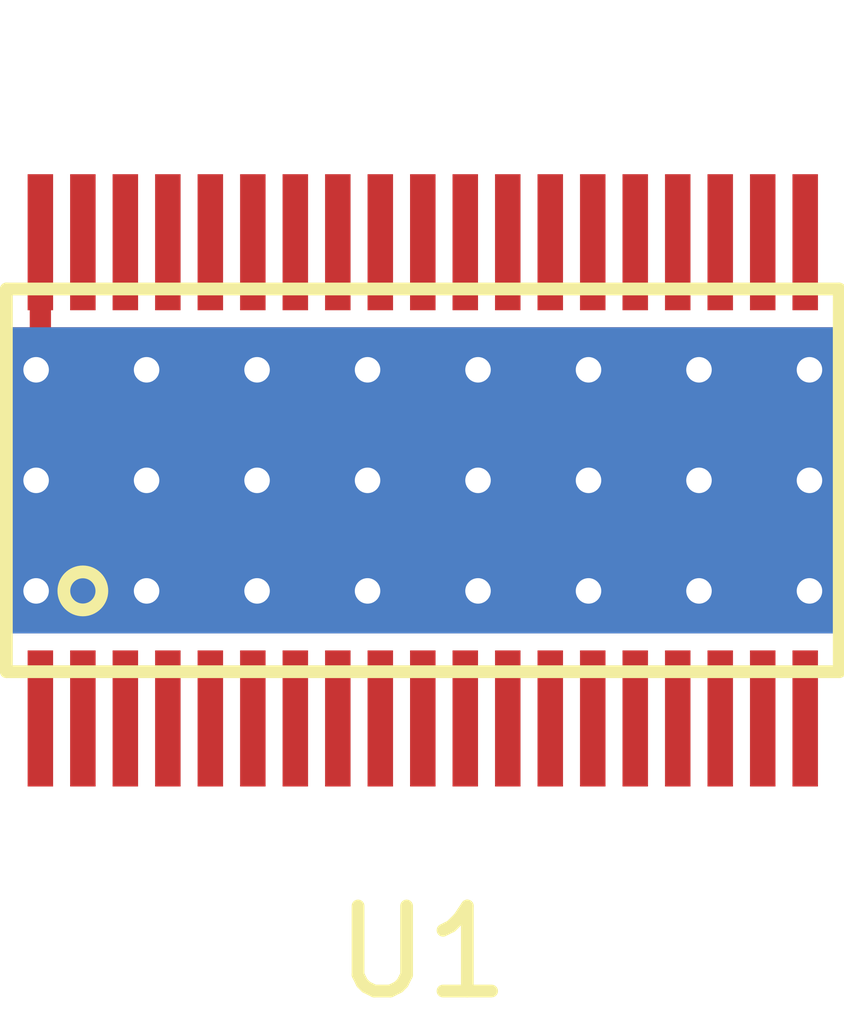
<source format=kicad_pcb>
(kicad_pcb (version 4) (host pcbnew 4.0.1-stable)

  (general
    (links 27)
    (no_connects 1)
    (area 0 0 0 0)
    (thickness 1.6)
    (drawings 0)
    (tracks 2)
    (zones 0)
    (modules 1)
    (nets 39)
  )

  (page A4)
  (layers
    (0 F.Cu signal)
    (31 B.Cu signal)
    (32 B.Adhes user)
    (33 F.Adhes user)
    (34 B.Paste user)
    (35 F.Paste user)
    (36 B.SilkS user)
    (37 F.SilkS user)
    (38 B.Mask user)
    (39 F.Mask user)
    (40 Dwgs.User user)
    (41 Cmts.User user)
    (42 Eco1.User user)
    (43 Eco2.User user)
    (44 Edge.Cuts user)
    (45 Margin user)
    (46 B.CrtYd user)
    (47 F.CrtYd user)
    (48 B.Fab user)
    (49 F.Fab user)
  )

  (setup
    (last_trace_width 1.524)
    (user_trace_width 0.2032)
    (user_trace_width 0.3048)
    (user_trace_width 0.4064)
    (user_trace_width 0.508)
    (user_trace_width 0.6096)
    (user_trace_width 0.9144)
    (user_trace_width 1.0668)
    (user_trace_width 1.524)
    (trace_clearance 0.2)
    (zone_clearance 0.508)
    (zone_45_only no)
    (trace_min 0.2)
    (segment_width 0.2)
    (edge_width 0.15)
    (via_size 0.6)
    (via_drill 0.4)
    (via_min_size 0.4)
    (via_min_drill 0.3)
    (uvia_size 0.3)
    (uvia_drill 0.1)
    (uvias_allowed no)
    (uvia_min_size 0.2)
    (uvia_min_drill 0.1)
    (pcb_text_width 0.3)
    (pcb_text_size 1.5 1.5)
    (mod_edge_width 0.15)
    (mod_text_size 1 1)
    (mod_text_width 0.15)
    (pad_size 1.524 1.524)
    (pad_drill 0.762)
    (pad_to_mask_clearance 0.2)
    (aux_axis_origin 0 0)
    (visible_elements FFFFFF7F)
    (pcbplotparams
      (layerselection 0x00030_80000001)
      (usegerberextensions false)
      (excludeedgelayer true)
      (linewidth 0.100000)
      (plotframeref false)
      (viasonmask false)
      (mode 1)
      (useauxorigin false)
      (hpglpennumber 1)
      (hpglpenspeed 20)
      (hpglpendiameter 15)
      (hpglpenoverlay 2)
      (psnegative false)
      (psa4output false)
      (plotreference true)
      (plotvalue true)
      (plotinvisibletext false)
      (padsonsilk false)
      (subtractmaskfromsilk false)
      (outputformat 1)
      (mirror false)
      (drillshape 1)
      (scaleselection 1)
      (outputdirectory ""))
  )

  (net 0 "")
  (net 1 "Net-(U1-Pad38)")
  (net 2 "Net-(U1-Pad37)")
  (net 3 "Net-(U1-Pad36)")
  (net 4 "Net-(U1-Pad35)")
  (net 5 "Net-(U1-Pad34)")
  (net 6 "Net-(U1-Pad33)")
  (net 7 "Net-(U1-Pad32)")
  (net 8 "Net-(U1-Pad31)")
  (net 9 "Net-(U1-Pad30)")
  (net 10 "Net-(U1-Pad29)")
  (net 11 "Net-(U1-Pad28)")
  (net 12 "Net-(U1-Pad27)")
  (net 13 "Net-(U1-Pad26)")
  (net 14 "Net-(U1-Pad25)")
  (net 15 "Net-(U1-Pad24)")
  (net 16 "Net-(U1-Pad23)")
  (net 17 "Net-(U1-Pad22)")
  (net 18 "Net-(U1-Pad21)")
  (net 19 "Net-(U1-Pad20)")
  (net 20 "Net-(U1-Pad1)")
  (net 21 "Net-(U1-Pad2)")
  (net 22 "Net-(U1-Pad3)")
  (net 23 "Net-(U1-Pad4)")
  (net 24 "Net-(U1-Pad5)")
  (net 25 "Net-(U1-Pad6)")
  (net 26 "Net-(U1-Pad7)")
  (net 27 "Net-(U1-Pad8)")
  (net 28 "Net-(U1-Pad9)")
  (net 29 "Net-(U1-Pad10)")
  (net 30 "Net-(U1-Pad11)")
  (net 31 "Net-(U1-Pad12)")
  (net 32 "Net-(U1-Pad13)")
  (net 33 "Net-(U1-Pad14)")
  (net 34 "Net-(U1-Pad15)")
  (net 35 "Net-(U1-Pad16)")
  (net 36 "Net-(U1-Pad17)")
  (net 37 "Net-(U1-Pad18)")
  (net 38 "Net-(U1-Pad19)")

  (net_class Default "This is the default net class."
    (clearance 0.2)
    (trace_width 0.25)
    (via_dia 0.6)
    (via_drill 0.4)
    (uvia_dia 0.3)
    (uvia_drill 0.1)
    (add_net "Net-(U1-Pad1)")
    (add_net "Net-(U1-Pad10)")
    (add_net "Net-(U1-Pad11)")
    (add_net "Net-(U1-Pad12)")
    (add_net "Net-(U1-Pad13)")
    (add_net "Net-(U1-Pad14)")
    (add_net "Net-(U1-Pad15)")
    (add_net "Net-(U1-Pad16)")
    (add_net "Net-(U1-Pad17)")
    (add_net "Net-(U1-Pad18)")
    (add_net "Net-(U1-Pad19)")
    (add_net "Net-(U1-Pad2)")
    (add_net "Net-(U1-Pad20)")
    (add_net "Net-(U1-Pad21)")
    (add_net "Net-(U1-Pad22)")
    (add_net "Net-(U1-Pad23)")
    (add_net "Net-(U1-Pad24)")
    (add_net "Net-(U1-Pad25)")
    (add_net "Net-(U1-Pad26)")
    (add_net "Net-(U1-Pad27)")
    (add_net "Net-(U1-Pad28)")
    (add_net "Net-(U1-Pad29)")
    (add_net "Net-(U1-Pad3)")
    (add_net "Net-(U1-Pad30)")
    (add_net "Net-(U1-Pad31)")
    (add_net "Net-(U1-Pad32)")
    (add_net "Net-(U1-Pad33)")
    (add_net "Net-(U1-Pad34)")
    (add_net "Net-(U1-Pad35)")
    (add_net "Net-(U1-Pad36)")
    (add_net "Net-(U1-Pad37)")
    (add_net "Net-(U1-Pad38)")
    (add_net "Net-(U1-Pad4)")
    (add_net "Net-(U1-Pad5)")
    (add_net "Net-(U1-Pad6)")
    (add_net "Net-(U1-Pad7)")
    (add_net "Net-(U1-Pad8)")
    (add_net "Net-(U1-Pad9)")
  )

  (module footprints:drv8711 (layer F.Cu) (tedit 56CF3755) (tstamp 56CF3AD2)
    (at 148.5011 105.0036)
    (path /56CF2C0D)
    (fp_text reference U1 (at 0 5.55) (layer F.SilkS)
      (effects (font (size 1 1) (thickness 0.15)))
    )
    (fp_text value DRV8711 (at 0 -4.8) (layer F.Fab)
      (effects (font (size 1 1) (thickness 0.15)))
    )
    (fp_circle (center -4 1.3) (end -3.9 1.5) (layer F.SilkS) (width 0.15))
    (fp_line (start 4.9 -2.25) (end 4.9 2.25) (layer F.SilkS) (width 0.15))
    (fp_line (start -4.9 -2.25) (end 4.9 -2.25) (layer F.SilkS) (width 0.15))
    (fp_line (start -4.9 2.25) (end 4.9 2.25) (layer F.SilkS) (width 0.15))
    (fp_line (start -4.9 -2.25) (end -4.9 2.25) (layer F.SilkS) (width 0.15))
    (pad 38 smd rect (at -4.5 -2.8) (size 0.3 1.6) (layers F.Cu F.Paste F.Mask)
      (net 1 "Net-(U1-Pad38)"))
    (pad 37 smd rect (at -4 -2.8) (size 0.3 1.6) (layers F.Cu F.Paste F.Mask)
      (net 2 "Net-(U1-Pad37)"))
    (pad 36 smd rect (at -3.5 -2.8) (size 0.3 1.6) (layers F.Cu F.Paste F.Mask)
      (net 3 "Net-(U1-Pad36)"))
    (pad 35 smd rect (at -3 -2.8) (size 0.3 1.6) (layers F.Cu F.Paste F.Mask)
      (net 4 "Net-(U1-Pad35)"))
    (pad 34 smd rect (at -2.5 -2.8) (size 0.3 1.6) (layers F.Cu F.Paste F.Mask)
      (net 5 "Net-(U1-Pad34)"))
    (pad 33 smd rect (at -2 -2.8) (size 0.3 1.6) (layers F.Cu F.Paste F.Mask)
      (net 6 "Net-(U1-Pad33)"))
    (pad 32 smd rect (at -1.5 -2.8) (size 0.3 1.6) (layers F.Cu F.Paste F.Mask)
      (net 7 "Net-(U1-Pad32)"))
    (pad 31 smd rect (at -1 -2.8) (size 0.3 1.6) (layers F.Cu F.Paste F.Mask)
      (net 8 "Net-(U1-Pad31)"))
    (pad 30 smd rect (at -0.5 -2.8) (size 0.3 1.6) (layers F.Cu F.Paste F.Mask)
      (net 9 "Net-(U1-Pad30)"))
    (pad 29 smd rect (at 0 -2.8) (size 0.3 1.6) (layers F.Cu F.Paste F.Mask)
      (net 10 "Net-(U1-Pad29)"))
    (pad 28 smd rect (at 0.5 -2.8) (size 0.3 1.6) (layers F.Cu F.Paste F.Mask)
      (net 11 "Net-(U1-Pad28)"))
    (pad 27 smd rect (at 1 -2.8) (size 0.3 1.6) (layers F.Cu F.Paste F.Mask)
      (net 12 "Net-(U1-Pad27)"))
    (pad 26 smd rect (at 1.5 -2.8) (size 0.3 1.6) (layers F.Cu F.Paste F.Mask)
      (net 13 "Net-(U1-Pad26)"))
    (pad 25 smd rect (at 2 -2.8) (size 0.3 1.6) (layers F.Cu F.Paste F.Mask)
      (net 14 "Net-(U1-Pad25)"))
    (pad 24 smd rect (at 2.5 -2.8) (size 0.3 1.6) (layers F.Cu F.Paste F.Mask)
      (net 15 "Net-(U1-Pad24)"))
    (pad 23 smd rect (at 3 -2.8) (size 0.3 1.6) (layers F.Cu F.Paste F.Mask)
      (net 16 "Net-(U1-Pad23)"))
    (pad 22 smd rect (at 3.5 -2.8) (size 0.3 1.6) (layers F.Cu F.Paste F.Mask)
      (net 17 "Net-(U1-Pad22)"))
    (pad 21 smd rect (at 4 -2.8) (size 0.3 1.6) (layers F.Cu F.Paste F.Mask)
      (net 18 "Net-(U1-Pad21)"))
    (pad 20 smd rect (at 4.5 -2.8) (size 0.3 1.6) (layers F.Cu F.Paste F.Mask)
      (net 19 "Net-(U1-Pad20)"))
    (pad 1 smd rect (at -4.5 2.8) (size 0.3 1.6) (layers F.Cu F.Paste F.Mask)
      (net 20 "Net-(U1-Pad1)"))
    (pad 2 smd rect (at -4 2.8) (size 0.3 1.6) (layers F.Cu F.Paste F.Mask)
      (net 21 "Net-(U1-Pad2)"))
    (pad 3 smd rect (at -3.5 2.8) (size 0.3 1.6) (layers F.Cu F.Paste F.Mask)
      (net 22 "Net-(U1-Pad3)"))
    (pad 4 smd rect (at -3 2.8) (size 0.3 1.6) (layers F.Cu F.Paste F.Mask)
      (net 23 "Net-(U1-Pad4)"))
    (pad 5 smd rect (at -2.5 2.8) (size 0.3 1.6) (layers F.Cu F.Paste F.Mask)
      (net 24 "Net-(U1-Pad5)"))
    (pad 6 smd rect (at -2 2.8) (size 0.3 1.6) (layers F.Cu F.Paste F.Mask)
      (net 25 "Net-(U1-Pad6)"))
    (pad 7 smd rect (at -1.5 2.8) (size 0.3 1.6) (layers F.Cu F.Paste F.Mask)
      (net 26 "Net-(U1-Pad7)"))
    (pad 8 smd rect (at -1 2.8) (size 0.3 1.6) (layers F.Cu F.Paste F.Mask)
      (net 27 "Net-(U1-Pad8)"))
    (pad 9 smd rect (at -0.5 2.8) (size 0.3 1.6) (layers F.Cu F.Paste F.Mask)
      (net 28 "Net-(U1-Pad9)"))
    (pad 10 smd rect (at 0 2.8) (size 0.3 1.6) (layers F.Cu F.Paste F.Mask)
      (net 29 "Net-(U1-Pad10)"))
    (pad 11 smd rect (at 0.5 2.8) (size 0.3 1.6) (layers F.Cu F.Paste F.Mask)
      (net 30 "Net-(U1-Pad11)"))
    (pad 12 smd rect (at 1 2.8) (size 0.3 1.6) (layers F.Cu F.Paste F.Mask)
      (net 31 "Net-(U1-Pad12)"))
    (pad 13 smd rect (at 1.5 2.8) (size 0.3 1.6) (layers F.Cu F.Paste F.Mask)
      (net 32 "Net-(U1-Pad13)"))
    (pad 14 smd rect (at 2 2.8) (size 0.3 1.6) (layers F.Cu F.Paste F.Mask)
      (net 33 "Net-(U1-Pad14)"))
    (pad 15 smd rect (at 2.5 2.8) (size 0.3 1.6) (layers F.Cu F.Paste F.Mask)
      (net 34 "Net-(U1-Pad15)"))
    (pad 16 smd rect (at 3 2.8) (size 0.3 1.6) (layers F.Cu F.Paste F.Mask)
      (net 35 "Net-(U1-Pad16)"))
    (pad 17 smd rect (at 3.5 2.8) (size 0.3 1.6) (layers F.Cu F.Paste F.Mask)
      (net 36 "Net-(U1-Pad17)"))
    (pad 18 smd rect (at 4 2.8) (size 0.3 1.6) (layers F.Cu F.Paste F.Mask)
      (net 37 "Net-(U1-Pad18)"))
    (pad 19 smd rect (at 4.5 2.8) (size 0.3 1.6) (layers F.Cu F.Paste F.Mask)
      (net 38 "Net-(U1-Pad19)"))
    (pad 38 smd rect (at 0 0) (size 9.7 3.6) (layers F.Cu F.Paste)
      (net 1 "Net-(U1-Pad38)"))
    (pad 38 smd rect (at 0 0) (size 4.48 2.9) (layers F.Cu F.Mask)
      (net 1 "Net-(U1-Pad38)"))
    (pad 38 smd rect (at 0 0) (size 9.7 3.6) (layers B.Cu F.Paste B.Mask)
      (net 1 "Net-(U1-Pad38)"))
    (pad 38 thru_hole circle (at -4.55 -1.3) (size 0.4 0.4) (drill 0.3) (layers *.Cu)
      (net 1 "Net-(U1-Pad38)"))
    (pad 38 thru_hole circle (at -3.25 -1.3) (size 0.4 0.4) (drill 0.3) (layers *.Cu)
      (net 1 "Net-(U1-Pad38)"))
    (pad 38 thru_hole circle (at -1.95 -1.3) (size 0.4 0.4) (drill 0.3) (layers *.Cu)
      (net 1 "Net-(U1-Pad38)"))
    (pad 38 thru_hole circle (at -0.65 -1.3) (size 0.4 0.4) (drill 0.3) (layers *.Cu)
      (net 1 "Net-(U1-Pad38)"))
    (pad 38 thru_hole circle (at 0.65 -1.3) (size 0.4 0.4) (drill 0.3) (layers *.Cu)
      (net 1 "Net-(U1-Pad38)"))
    (pad 38 thru_hole circle (at 1.95 -1.3) (size 0.4 0.4) (drill 0.3) (layers *.Cu)
      (net 1 "Net-(U1-Pad38)"))
    (pad 38 thru_hole circle (at 3.25 -1.3) (size 0.4 0.4) (drill 0.3) (layers *.Cu)
      (net 1 "Net-(U1-Pad38)"))
    (pad 38 thru_hole circle (at 4.55 -1.3) (size 0.4 0.4) (drill 0.3) (layers *.Cu)
      (net 1 "Net-(U1-Pad38)"))
    (pad 38 thru_hole circle (at -4.55 0) (size 0.4 0.4) (drill 0.3) (layers *.Cu)
      (net 1 "Net-(U1-Pad38)"))
    (pad 38 thru_hole circle (at -3.25 0) (size 0.4 0.4) (drill 0.3) (layers *.Cu)
      (net 1 "Net-(U1-Pad38)"))
    (pad 38 thru_hole circle (at -1.95 0) (size 0.4 0.4) (drill 0.3) (layers *.Cu)
      (net 1 "Net-(U1-Pad38)"))
    (pad 38 thru_hole circle (at -0.65 0) (size 0.4 0.4) (drill 0.3) (layers *.Cu)
      (net 1 "Net-(U1-Pad38)"))
    (pad 38 thru_hole circle (at 0.65 0) (size 0.4 0.4) (drill 0.3) (layers *.Cu)
      (net 1 "Net-(U1-Pad38)"))
    (pad 38 thru_hole circle (at 1.95 0) (size 0.4 0.4) (drill 0.3) (layers *.Cu)
      (net 1 "Net-(U1-Pad38)"))
    (pad 38 thru_hole circle (at 3.25 0) (size 0.4 0.4) (drill 0.3) (layers *.Cu)
      (net 1 "Net-(U1-Pad38)"))
    (pad 38 thru_hole circle (at 4.55 0) (size 0.4 0.4) (drill 0.3) (layers *.Cu)
      (net 1 "Net-(U1-Pad38)"))
    (pad 38 thru_hole circle (at -4.55 1.3) (size 0.4 0.4) (drill 0.3) (layers *.Cu)
      (net 1 "Net-(U1-Pad38)"))
    (pad 38 thru_hole circle (at -3.25 1.3) (size 0.4 0.4) (drill 0.3) (layers *.Cu)
      (net 1 "Net-(U1-Pad38)"))
    (pad 38 thru_hole circle (at -1.95 1.3) (size 0.4 0.4) (drill 0.3) (layers *.Cu)
      (net 1 "Net-(U1-Pad38)"))
    (pad 38 thru_hole circle (at -0.65 1.3) (size 0.4 0.4) (drill 0.3) (layers *.Cu)
      (net 1 "Net-(U1-Pad38)"))
    (pad 38 thru_hole circle (at 0.65 1.3) (size 0.4 0.4) (drill 0.3) (layers *.Cu)
      (net 1 "Net-(U1-Pad38)"))
    (pad 38 thru_hole circle (at 1.95 1.3) (size 0.4 0.4) (drill 0.3) (layers *.Cu)
      (net 1 "Net-(U1-Pad38)"))
    (pad 38 thru_hole circle (at 3.25 1.3) (size 0.4 0.4) (drill 0.3) (layers *.Cu)
      (net 1 "Net-(U1-Pad38)"))
    (pad 38 thru_hole circle (at 4.55 1.3) (size 0.4 0.4) (drill 0.3) (layers *.Cu)
      (net 1 "Net-(U1-Pad38)"))
  )

  (segment (start 144.0011 102.2036) (end 144.0011 103.6536) (width 0.25) (layer F.Cu) (net 1))
  (segment (start 144.0011 103.6536) (end 143.9511 103.7036) (width 0.25) (layer F.Cu) (net 1))

)

</source>
